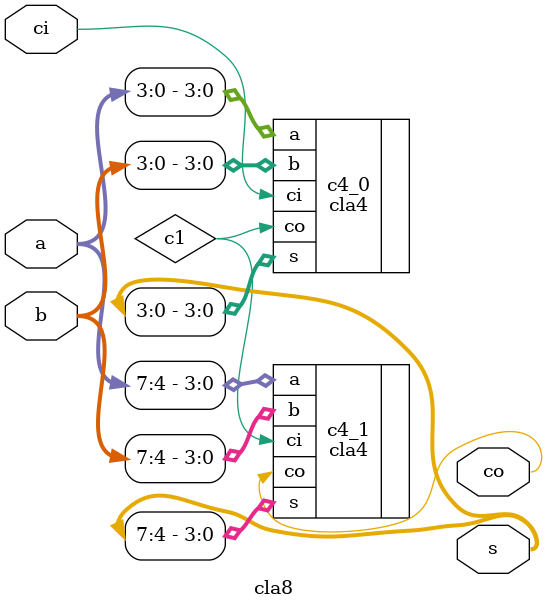
<source format=v>
module cla8(a, b, ci, s, co); //8-bit CLA
  input [7:0] a, b;
  input ci;
  output [7:0] s;
  output co;
  wire c1;
  
  //instance
  cla4 c4_0(.a(a[3:0]), .b(b[3:0]), .ci(ci), .s(s[3:0]), .co(c1));
  cla4 c4_1(.a(a[7:4]), .b(b[7:4]), .ci(c1), .s(s[7:4]), .co(co));
  
endmodule
  
</source>
